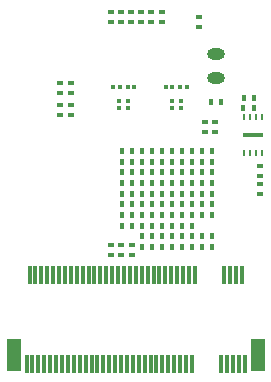
<source format=gbp>
G04*
G04 #@! TF.GenerationSoftware,Altium Limited,Altium Designer,21.2.1 (34)*
G04*
G04 Layer_Color=128*
%FSLAX25Y25*%
%MOIN*%
G70*
G04*
G04 #@! TF.SameCoordinates,309C0993-0839-4B3B-9E80-2D82E5661E4B*
G04*
G04*
G04 #@! TF.FilePolarity,Positive*
G04*
G01*
G75*
%ADD23R,0.01968X0.01772*%
%ADD24R,0.01772X0.01968*%
%ADD28R,0.01575X0.01181*%
%ADD29R,0.01181X0.01575*%
%ADD80O,0.06000X0.03937*%
%ADD81R,0.06693X0.01181*%
%ADD82R,0.01102X0.02362*%
%ADD83R,0.01181X0.06102*%
%ADD84R,0.04724X0.10827*%
D23*
X121507Y155057D02*
D03*
Y151710D02*
D03*
X95600Y153574D02*
D03*
X95600Y156920D02*
D03*
X92000Y156920D02*
D03*
X92000Y153574D02*
D03*
X109100Y153574D02*
D03*
X109100Y156920D02*
D03*
X105500Y156920D02*
D03*
X105500Y153574D02*
D03*
X102125Y156920D02*
D03*
Y153574D02*
D03*
X98925D02*
D03*
Y156920D02*
D03*
X99179Y75759D02*
D03*
X99179Y79105D02*
D03*
X95615Y75759D02*
D03*
X95615Y79105D02*
D03*
X92036Y75751D02*
D03*
X92036Y79098D02*
D03*
X75280Y129916D02*
D03*
X75280Y133262D02*
D03*
X75281Y122287D02*
D03*
X75281Y125633D02*
D03*
X78681Y122287D02*
D03*
Y125633D02*
D03*
X78680Y133262D02*
D03*
Y129916D02*
D03*
X141771Y96074D02*
D03*
X141771Y99421D02*
D03*
X141755Y105606D02*
D03*
Y102260D02*
D03*
X126994Y116613D02*
D03*
X126994Y119959D02*
D03*
X123600Y119973D02*
D03*
Y116627D02*
D03*
D24*
X139687Y127955D02*
D03*
X136340D02*
D03*
X128973Y126900D02*
D03*
X125627Y126900D02*
D03*
X125896Y92662D02*
D03*
X122550Y92662D02*
D03*
X125896Y96229D02*
D03*
X122550Y96229D02*
D03*
X122550Y99796D02*
D03*
X125896Y99796D02*
D03*
Y103363D02*
D03*
X122550Y103363D02*
D03*
X119203Y96229D02*
D03*
X115857Y96229D02*
D03*
Y99796D02*
D03*
X119203Y99796D02*
D03*
X119203Y103363D02*
D03*
X115857Y103363D02*
D03*
X109164Y92662D02*
D03*
X112510Y92662D02*
D03*
X115857Y92662D02*
D03*
X119203Y92662D02*
D03*
X109164Y96229D02*
D03*
X112510Y96229D02*
D03*
X122550Y106930D02*
D03*
X125896Y106930D02*
D03*
X115857Y106930D02*
D03*
X119203Y106930D02*
D03*
X122550Y110496D02*
D03*
X125896Y110496D02*
D03*
X119203D02*
D03*
X115857Y110496D02*
D03*
X95778Y106930D02*
D03*
X99124Y106930D02*
D03*
Y103363D02*
D03*
X95778Y103363D02*
D03*
X105817Y103363D02*
D03*
X102471Y103363D02*
D03*
X102471Y106930D02*
D03*
X105817Y106930D02*
D03*
X102471Y96229D02*
D03*
X105817Y96229D02*
D03*
Y92662D02*
D03*
X102471Y92662D02*
D03*
X105817Y99796D02*
D03*
X102471Y99796D02*
D03*
X109164Y99796D02*
D03*
X112510Y99796D02*
D03*
X99124Y110496D02*
D03*
X95778D02*
D03*
X105817Y110496D02*
D03*
X102471Y110496D02*
D03*
X109164Y103363D02*
D03*
X112510Y103363D02*
D03*
Y110496D02*
D03*
X109164Y110496D02*
D03*
X99124Y99796D02*
D03*
X95778Y99796D02*
D03*
X109164Y106930D02*
D03*
X112510Y106930D02*
D03*
X99124Y92662D02*
D03*
X95778Y92662D02*
D03*
Y96229D02*
D03*
X99124Y96229D02*
D03*
X109164Y85528D02*
D03*
X112510Y85528D02*
D03*
Y81961D02*
D03*
X109164Y81961D02*
D03*
X95778Y85528D02*
D03*
X99124Y85528D02*
D03*
X102471Y85528D02*
D03*
X105817Y85528D02*
D03*
X102471Y81961D02*
D03*
X105817Y81961D02*
D03*
X112510Y78394D02*
D03*
X109164Y78394D02*
D03*
X102471Y78394D02*
D03*
X105817Y78394D02*
D03*
X119203Y89095D02*
D03*
X115857Y89095D02*
D03*
X112510Y89095D02*
D03*
X109164Y89095D02*
D03*
X102471Y89095D02*
D03*
X105817Y89095D02*
D03*
X115857Y85528D02*
D03*
X119203Y85528D02*
D03*
X122550Y89095D02*
D03*
X125896D02*
D03*
X95778Y89095D02*
D03*
X99124Y89095D02*
D03*
X122550Y81961D02*
D03*
X125896D02*
D03*
X119203Y81961D02*
D03*
X115857Y81961D02*
D03*
Y78394D02*
D03*
X119203D02*
D03*
X122550D02*
D03*
X125896D02*
D03*
X136327Y124800D02*
D03*
X139673D02*
D03*
D28*
X94864Y127041D02*
D03*
Y124876D02*
D03*
X97865D02*
D03*
Y127041D02*
D03*
X112406D02*
D03*
Y124876D02*
D03*
X115406D02*
D03*
Y127041D02*
D03*
D29*
X95129Y131864D02*
D03*
X92964D02*
D03*
X97664D02*
D03*
X99829D02*
D03*
X112647D02*
D03*
X110482D02*
D03*
X115182D02*
D03*
X117347D02*
D03*
D80*
X127300Y134800D02*
D03*
Y142674D02*
D03*
D81*
X139431Y115731D02*
D03*
D82*
X142384Y109796D02*
D03*
X140415D02*
D03*
X138447D02*
D03*
X136478D02*
D03*
X142384Y121666D02*
D03*
X140415D02*
D03*
X138447D02*
D03*
X136478D02*
D03*
D83*
X64013Y39533D02*
D03*
X64997Y69257D02*
D03*
X65981Y39533D02*
D03*
X66966Y69257D02*
D03*
X71887Y39533D02*
D03*
X74840Y69257D02*
D03*
X76808D02*
D03*
X77792Y39533D02*
D03*
X78777Y69257D02*
D03*
X80745D02*
D03*
X83698Y39533D02*
D03*
X89604Y39532D02*
D03*
X95509Y39533D02*
D03*
X101414D02*
D03*
X107320D02*
D03*
X112241Y69257D02*
D03*
X113225Y39533D02*
D03*
X114210Y69257D02*
D03*
X116178D02*
D03*
X119131Y39533D02*
D03*
X131926Y69257D02*
D03*
X132910Y39533D02*
D03*
X133895Y69257D02*
D03*
X134879Y39533D02*
D03*
X135863Y69257D02*
D03*
X136847Y39533D02*
D03*
X73855D02*
D03*
X75824D02*
D03*
X85666D02*
D03*
X87635Y39532D02*
D03*
X97477Y39533D02*
D03*
X99446D02*
D03*
X109288D02*
D03*
X111257D02*
D03*
X103383D02*
D03*
X91572Y39532D02*
D03*
X79761Y39533D02*
D03*
X67950D02*
D03*
X105351D02*
D03*
X93541Y39532D02*
D03*
X81729Y39533D02*
D03*
X69918D02*
D03*
X115194D02*
D03*
X117162D02*
D03*
X130942D02*
D03*
X129958Y69257D02*
D03*
X128973Y39533D02*
D03*
X92556Y69257D02*
D03*
X90587D02*
D03*
X88619D02*
D03*
X86650D02*
D03*
X120115Y69257D02*
D03*
X118147D02*
D03*
X110273D02*
D03*
X108304D02*
D03*
X106336D02*
D03*
X104367D02*
D03*
X102399D02*
D03*
X100430D02*
D03*
X84682D02*
D03*
X82714D02*
D03*
X72871D02*
D03*
X70903D02*
D03*
X68934D02*
D03*
X94525D02*
D03*
X96493D02*
D03*
X98462D02*
D03*
D84*
X59682Y42584D02*
D03*
X141178D02*
D03*
M02*

</source>
